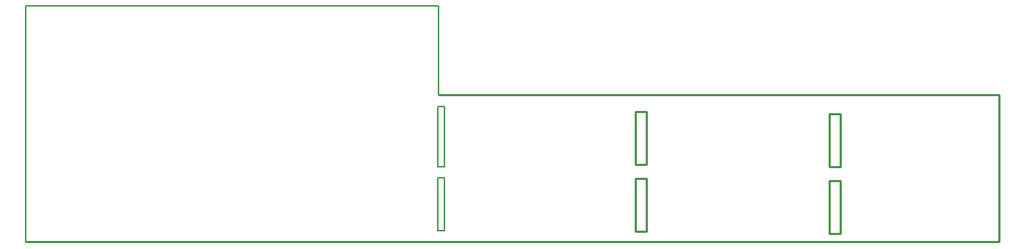
<source format=gko>
G04 Layer_Color=16711935*
%FSLAX23Y23*%
%MOIN*%
G70*
G01*
G75*
%ADD37C,0.006*%
%ADD38C,0.010*%
D37*
X369Y4498D02*
Y5568D01*
X2240Y4838D02*
Y5113D01*
Y4838D02*
X2270D01*
Y5113D01*
X2240D02*
X2270D01*
X2240Y4548D02*
Y4788D01*
Y4548D02*
X2270D01*
Y4788D01*
X2240D02*
X2270D01*
X369Y5568D02*
X2243D01*
Y5165D02*
Y5568D01*
D38*
X369Y4498D02*
X3998D01*
X3135Y4785D02*
X3185D01*
Y4545D02*
Y4785D01*
X3135Y4545D02*
X3185D01*
X3135D02*
Y4785D01*
Y5090D02*
X3185D01*
Y4850D02*
Y5090D01*
X3135Y4850D02*
X3185D01*
X3135D02*
Y5090D01*
X4785Y4498D02*
Y4780D01*
X3998Y4498D02*
X4785D01*
X4015Y4840D02*
Y5080D01*
Y4840D02*
X4065D01*
Y5080D01*
X4015D02*
X4065D01*
X4015Y4535D02*
Y4775D01*
Y4535D02*
X4065D01*
Y4775D01*
X4015D02*
X4065D01*
X2243Y5165D02*
X4785D01*
Y4780D02*
Y5165D01*
M02*

</source>
